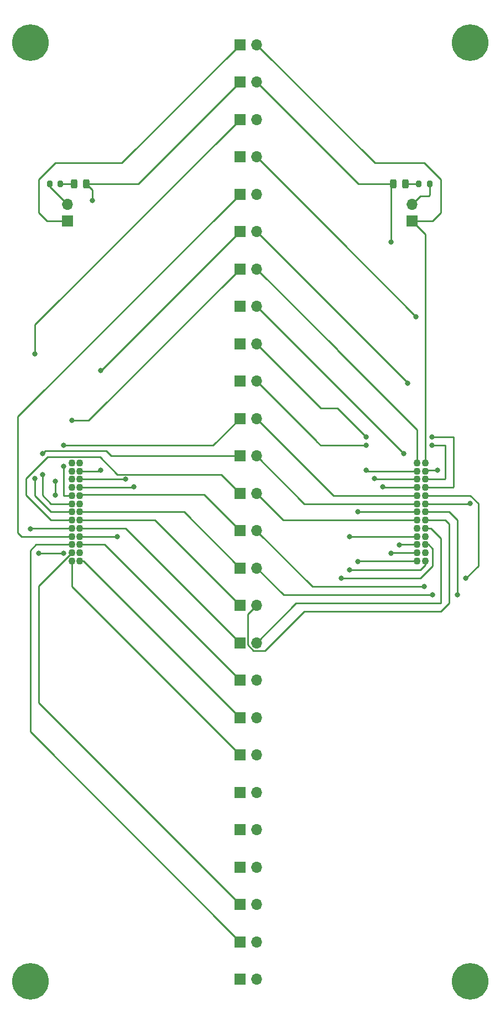
<source format=gbr>
%TF.GenerationSoftware,KiCad,Pcbnew,(6.0.4-0)*%
%TF.CreationDate,2023-02-13T20:03:00-06:00*%
%TF.ProjectId,Gecko_Poker,4765636b-6f5f-4506-9f6b-65722e6b6963,rev?*%
%TF.SameCoordinates,Original*%
%TF.FileFunction,Copper,L1,Top*%
%TF.FilePolarity,Positive*%
%FSLAX46Y46*%
G04 Gerber Fmt 4.6, Leading zero omitted, Abs format (unit mm)*
G04 Created by KiCad (PCBNEW (6.0.4-0)) date 2023-02-13 20:03:00*
%MOMM*%
%LPD*%
G01*
G04 APERTURE LIST*
G04 Aperture macros list*
%AMRoundRect*
0 Rectangle with rounded corners*
0 $1 Rounding radius*
0 $2 $3 $4 $5 $6 $7 $8 $9 X,Y pos of 4 corners*
0 Add a 4 corners polygon primitive as box body*
4,1,4,$2,$3,$4,$5,$6,$7,$8,$9,$2,$3,0*
0 Add four circle primitives for the rounded corners*
1,1,$1+$1,$2,$3*
1,1,$1+$1,$4,$5*
1,1,$1+$1,$6,$7*
1,1,$1+$1,$8,$9*
0 Add four rect primitives between the rounded corners*
20,1,$1+$1,$2,$3,$4,$5,0*
20,1,$1+$1,$4,$5,$6,$7,0*
20,1,$1+$1,$6,$7,$8,$9,0*
20,1,$1+$1,$8,$9,$2,$3,0*%
G04 Aperture macros list end*
%TA.AperFunction,SMDPad,CuDef*%
%ADD10RoundRect,0.200000X0.200000X0.275000X-0.200000X0.275000X-0.200000X-0.275000X0.200000X-0.275000X0*%
%TD*%
%TA.AperFunction,SMDPad,CuDef*%
%ADD11RoundRect,0.200000X-0.200000X-0.275000X0.200000X-0.275000X0.200000X0.275000X-0.200000X0.275000X0*%
%TD*%
%TA.AperFunction,ComponentPad*%
%ADD12R,1.700000X1.700000*%
%TD*%
%TA.AperFunction,ComponentPad*%
%ADD13O,1.700000X1.700000*%
%TD*%
%TA.AperFunction,ComponentPad*%
%ADD14C,1.100000*%
%TD*%
%TA.AperFunction,ConnectorPad*%
%ADD15C,5.600000*%
%TD*%
%TA.AperFunction,ComponentPad*%
%ADD16C,3.600000*%
%TD*%
%TA.AperFunction,SMDPad,CuDef*%
%ADD17RoundRect,0.243750X0.243750X0.456250X-0.243750X0.456250X-0.243750X-0.456250X0.243750X-0.456250X0*%
%TD*%
%TA.AperFunction,SMDPad,CuDef*%
%ADD18RoundRect,0.243750X-0.243750X-0.456250X0.243750X-0.456250X0.243750X0.456250X-0.243750X0.456250X0*%
%TD*%
%TA.AperFunction,ViaPad*%
%ADD19C,0.800000*%
%TD*%
%TA.AperFunction,Conductor*%
%ADD20C,0.250000*%
%TD*%
G04 APERTURE END LIST*
D10*
%TO.P,RB1,1*%
%TO.N,Net-(J28-Pad2)*%
X106870000Y-54610000D03*
%TO.P,RB1,2*%
%TO.N,Net-(DB1-Pad2)*%
X105220000Y-54610000D03*
%TD*%
D11*
%TO.P,RA1,1*%
%TO.N,Net-(J27-Pad2)*%
X48705000Y-54610000D03*
%TO.P,RA1,2*%
%TO.N,Net-(DA1-Pad2)*%
X50355000Y-54610000D03*
%TD*%
D12*
%TO.P,J20,1,Pin_1*%
%TO.N,CP_A*%
X77825000Y-67627500D03*
D13*
%TO.P,J20,2,Pin_2*%
%TO.N,CP_B*%
X80365000Y-67627500D03*
%TD*%
D12*
%TO.P,J11,1,Pin_1*%
%TO.N,CELL_11_A*%
X77825000Y-119062500D03*
D13*
%TO.P,J11,2,Pin_2*%
%TO.N,CELL_11_B*%
X80365000Y-119062500D03*
%TD*%
D12*
%TO.P,J15,1,Pin_1*%
%TO.N,CELL_15_A*%
X77825000Y-96202500D03*
D13*
%TO.P,J15,2,Pin_2*%
%TO.N,CELL_15_B*%
X80365000Y-96202500D03*
%TD*%
D14*
%TO.P,JB1,1,1*%
%TO.N,CP_B*%
X104922500Y-97275000D03*
%TO.P,JB1,2,2*%
%TO.N,CELL_6_B*%
X104922500Y-98525000D03*
%TO.P,JB1,3,3*%
%TO.N,CELL_5_B*%
X104922500Y-99775000D03*
%TO.P,JB1,4,4*%
%TO.N,CELL_4_B*%
X104922500Y-101025000D03*
%TO.P,JB1,5,5*%
%TO.N,CELL_16_B*%
X104922500Y-102275000D03*
%TO.P,JB1,6,6*%
%TO.N,CELL_15_B*%
X104922500Y-103525000D03*
%TO.P,JB1,7,7*%
%TO.N,ALERT3_B*%
X104922500Y-104775000D03*
%TO.P,JB1,8,8*%
%TO.N,CELL_14_B*%
X104922500Y-106025000D03*
%TO.P,JB1,9,9*%
%TO.N,CELL_1_B*%
X104922500Y-107275000D03*
%TO.P,JB1,10,10*%
%TO.N,ALERT1_B*%
X104922500Y-108525000D03*
%TO.P,JB1,11,11*%
%TO.N,CELL_2_B*%
X104922500Y-109775000D03*
%TO.P,JB1,12,12*%
%TO.N,CELL_3_B*%
X104922500Y-111025000D03*
%TO.P,JB1,13,13*%
%TO.N,CELL_7_B*%
X104922500Y-112275000D03*
%TO.P,JB1,14,14*%
%TO.N,VDD_B*%
X106172500Y-97275000D03*
%TO.P,JB1,15,15*%
%TO.N,SDA_B*%
X106172500Y-98525000D03*
%TO.P,JB1,16,16*%
%TO.N,CELL_17_B*%
X106172500Y-99775000D03*
%TO.P,JB1,17,17*%
%TO.N,CELL_18_B*%
X106172500Y-101025000D03*
%TO.P,JB1,18,18*%
%TO.N,CELL_13_B*%
X106172500Y-102275000D03*
%TO.P,JB1,19,19*%
%TO.N,GND_B*%
X106172500Y-103525000D03*
%TO.P,JB1,20,20*%
%TO.N,CELL_12_B*%
X106172500Y-104775000D03*
%TO.P,JB1,21,21*%
%TO.N,CELL_11_B*%
X106172500Y-106025000D03*
%TO.P,JB1,22,22*%
%TO.N,CELL_10_B*%
X106172500Y-107275000D03*
%TO.P,JB1,23,23*%
%TO.N,SCL_B*%
X106172500Y-108525000D03*
%TO.P,JB1,24,24*%
%TO.N,CELL_9_B*%
X106172500Y-109775000D03*
%TO.P,JB1,25,25*%
%TO.N,ALERT2_B*%
X106172500Y-111025000D03*
%TO.P,JB1,26,26*%
%TO.N,CELL_8_B*%
X106172500Y-112275000D03*
%TD*%
D12*
%TO.P,J2,1,Pin_1*%
%TO.N,CELL_2_A*%
X77845500Y-170497500D03*
D13*
%TO.P,J2,2,Pin_2*%
%TO.N,CELL_2_B*%
X80385500Y-170497500D03*
%TD*%
D15*
%TO.P,REF\u002A\u002A,1*%
%TO.N,N/C*%
X113030000Y-176530000D03*
D16*
X113030000Y-176530000D03*
%TD*%
D12*
%TO.P,J13,1,Pin_1*%
%TO.N,CELL_13_A*%
X77825000Y-107632500D03*
D13*
%TO.P,J13,2,Pin_2*%
%TO.N,CELL_13_B*%
X80365000Y-107632500D03*
%TD*%
D12*
%TO.P,J14,1,Pin_1*%
%TO.N,CELL_14_A*%
X77825000Y-101917500D03*
D13*
%TO.P,J14,2,Pin_2*%
%TO.N,CELL_14_B*%
X80365000Y-101917500D03*
%TD*%
D12*
%TO.P,J23,1,Pin_1*%
%TO.N,ALERT2_A*%
X77825000Y-50482500D03*
D13*
%TO.P,J23,2,Pin_2*%
%TO.N,ALERT2_B*%
X80365000Y-50482500D03*
%TD*%
D12*
%TO.P,J18,1,Pin_1*%
%TO.N,CELL_18_A*%
X77825000Y-79057500D03*
D13*
%TO.P,J18,2,Pin_2*%
%TO.N,CELL_18_B*%
X80365000Y-79057500D03*
%TD*%
D17*
%TO.P,DA1,1,K*%
%TO.N,GND_A*%
X54277500Y-54605000D03*
%TO.P,DA1,2,A*%
%TO.N,Net-(DA1-Pad2)*%
X52402500Y-54605000D03*
%TD*%
D12*
%TO.P,J22,1,Pin_1*%
%TO.N,ALERT1_A*%
X77825000Y-56197500D03*
D13*
%TO.P,J22,2,Pin_2*%
%TO.N,ALERT1_B*%
X80365000Y-56197500D03*
%TD*%
D16*
%TO.P,REF\u002A\u002A,1*%
%TO.N,N/C*%
X45720000Y-33020000D03*
D15*
X45720000Y-33020000D03*
%TD*%
D12*
%TO.P,J24,1,Pin_1*%
%TO.N,ALERT3_A*%
X77825000Y-44767500D03*
D13*
%TO.P,J24,2,Pin_2*%
%TO.N,ALERT3_B*%
X80365000Y-44767500D03*
%TD*%
D12*
%TO.P,J8,1,Pin_1*%
%TO.N,CELL_8_A*%
X77825000Y-136207500D03*
D13*
%TO.P,J8,2,Pin_2*%
%TO.N,CELL_8_B*%
X80365000Y-136207500D03*
%TD*%
D12*
%TO.P,J3,1,Pin_1*%
%TO.N,CELL_3_A*%
X77845500Y-164782500D03*
D13*
%TO.P,J3,2,Pin_2*%
%TO.N,CELL_3_B*%
X80385500Y-164782500D03*
%TD*%
D12*
%TO.P,J1,1,Pin_1*%
%TO.N,CELL_1_A*%
X77845500Y-176212500D03*
D13*
%TO.P,J1,2,Pin_2*%
%TO.N,CELL_1_B*%
X80385500Y-176212500D03*
%TD*%
D18*
%TO.P,DB1,1,K*%
%TO.N,GND_B*%
X101297500Y-54605000D03*
%TO.P,DB1,2,A*%
%TO.N,Net-(DB1-Pad2)*%
X103172500Y-54605000D03*
%TD*%
D12*
%TO.P,J16,1,Pin_1*%
%TO.N,CELL_16_A*%
X77825000Y-90487500D03*
D13*
%TO.P,J16,2,Pin_2*%
%TO.N,CELL_16_B*%
X80365000Y-90487500D03*
%TD*%
D12*
%TO.P,J19,1,Pin_1*%
%TO.N,SCL_A*%
X77825000Y-73342500D03*
D13*
%TO.P,J19,2,Pin_2*%
%TO.N,SCL_B*%
X80365000Y-73342500D03*
%TD*%
D12*
%TO.P,J25,1,Pin_1*%
%TO.N,GND_A*%
X77825000Y-39052500D03*
D13*
%TO.P,J25,2,Pin_2*%
%TO.N,GND_B*%
X80365000Y-39052500D03*
%TD*%
D12*
%TO.P,J9,1,Pin_1*%
%TO.N,CELL_9_A*%
X77825000Y-130492500D03*
D13*
%TO.P,J9,2,Pin_2*%
%TO.N,CELL_9_B*%
X80365000Y-130492500D03*
%TD*%
D12*
%TO.P,J27,1,Pin_1*%
%TO.N,VDD_A*%
X51435000Y-60325000D03*
D13*
%TO.P,J27,2,Pin_2*%
%TO.N,Net-(J27-Pad2)*%
X51435000Y-57785000D03*
%TD*%
D12*
%TO.P,J6,1,Pin_1*%
%TO.N,CELL_6_A*%
X77825000Y-147637500D03*
D13*
%TO.P,J6,2,Pin_2*%
%TO.N,CELL_6_B*%
X80365000Y-147637500D03*
%TD*%
D12*
%TO.P,J28,1,Pin_1*%
%TO.N,VDD_B*%
X104140000Y-60325000D03*
D13*
%TO.P,J28,2,Pin_2*%
%TO.N,Net-(J28-Pad2)*%
X104140000Y-57785000D03*
%TD*%
D14*
%TO.P,JA1,1,1*%
%TO.N,CP_A*%
X52070000Y-97275000D03*
%TO.P,JA1,2,2*%
%TO.N,CELL_6_A*%
X52070000Y-98525000D03*
%TO.P,JA1,3,3*%
%TO.N,CELL_5_A*%
X52070000Y-99775000D03*
%TO.P,JA1,4,4*%
%TO.N,CELL_4_A*%
X52070000Y-101025000D03*
%TO.P,JA1,5,5*%
%TO.N,CELL_16_A*%
X52070000Y-102275000D03*
%TO.P,JA1,6,6*%
%TO.N,CELL_15_A*%
X52070000Y-103525000D03*
%TO.P,JA1,7,7*%
%TO.N,ALERT3_A*%
X52070000Y-104775000D03*
%TO.P,JA1,8,8*%
%TO.N,CELL_14_A*%
X52070000Y-106025000D03*
%TO.P,JA1,9,9*%
%TO.N,CELL_1_A*%
X52070000Y-107275000D03*
%TO.P,JA1,10,10*%
%TO.N,ALERT1_A*%
X52070000Y-108525000D03*
%TO.P,JA1,11,11*%
%TO.N,CELL_2_A*%
X52070000Y-109775000D03*
%TO.P,JA1,12,12*%
%TO.N,CELL_3_A*%
X52070000Y-111025000D03*
%TO.P,JA1,13,13*%
%TO.N,CELL_7_A*%
X52070000Y-112275000D03*
%TO.P,JA1,14,14*%
%TO.N,VDD_A*%
X53320000Y-97275000D03*
%TO.P,JA1,15,15*%
%TO.N,SDA_A*%
X53320000Y-98525000D03*
%TO.P,JA1,16,16*%
%TO.N,CELL_17_A*%
X53320000Y-99775000D03*
%TO.P,JA1,17,17*%
%TO.N,CELL_18_A*%
X53320000Y-101025000D03*
%TO.P,JA1,18,18*%
%TO.N,CELL_13_A*%
X53320000Y-102275000D03*
%TO.P,JA1,19,19*%
%TO.N,GND_A*%
X53320000Y-103525000D03*
%TO.P,JA1,20,20*%
%TO.N,CELL_12_A*%
X53320000Y-104775000D03*
%TO.P,JA1,21,21*%
%TO.N,CELL_11_A*%
X53320000Y-106025000D03*
%TO.P,JA1,22,22*%
%TO.N,CELL_10_A*%
X53320000Y-107275000D03*
%TO.P,JA1,23,23*%
%TO.N,SCL_A*%
X53320000Y-108525000D03*
%TO.P,JA1,24,24*%
%TO.N,CELL_9_A*%
X53320000Y-109775000D03*
%TO.P,JA1,25,25*%
%TO.N,ALERT2_A*%
X53320000Y-111025000D03*
%TO.P,JA1,26,26*%
%TO.N,CELL_8_A*%
X53320000Y-112275000D03*
%TD*%
D12*
%TO.P,J4,1,Pin_1*%
%TO.N,CELL_4_A*%
X77825000Y-159067500D03*
D13*
%TO.P,J4,2,Pin_2*%
%TO.N,CELL_4_B*%
X80365000Y-159067500D03*
%TD*%
D12*
%TO.P,J26,1,Pin_1*%
%TO.N,VDD_A*%
X77825000Y-33337500D03*
D13*
%TO.P,J26,2,Pin_2*%
%TO.N,VDD_B*%
X80365000Y-33337500D03*
%TD*%
D16*
%TO.P,REF\u002A\u002A,1*%
%TO.N,N/C*%
X45720000Y-176530000D03*
D15*
X45720000Y-176530000D03*
%TD*%
%TO.P,REF\u002A\u002A,1*%
%TO.N,N/C*%
X113030000Y-33020000D03*
D16*
X113030000Y-33020000D03*
%TD*%
D12*
%TO.P,J7,1,Pin_1*%
%TO.N,CELL_7_A*%
X77825000Y-141922500D03*
D13*
%TO.P,J7,2,Pin_2*%
%TO.N,CELL_7_B*%
X80365000Y-141922500D03*
%TD*%
D12*
%TO.P,J5,1,Pin_1*%
%TO.N,CELL_5_A*%
X77825000Y-153352500D03*
D13*
%TO.P,J5,2,Pin_2*%
%TO.N,CELL_5_B*%
X80365000Y-153352500D03*
%TD*%
D12*
%TO.P,J12,1,Pin_1*%
%TO.N,CELL_12_A*%
X77825000Y-113347500D03*
D13*
%TO.P,J12,2,Pin_2*%
%TO.N,CELL_12_B*%
X80365000Y-113347500D03*
%TD*%
D12*
%TO.P,J17,1,Pin_1*%
%TO.N,CELL_17_A*%
X77825000Y-84772500D03*
D13*
%TO.P,J17,2,Pin_2*%
%TO.N,CELL_17_B*%
X80365000Y-84772500D03*
%TD*%
D12*
%TO.P,J21,1,Pin_1*%
%TO.N,SDA_A*%
X77825000Y-61912500D03*
D13*
%TO.P,J21,2,Pin_2*%
%TO.N,SDA_B*%
X80365000Y-61912500D03*
%TD*%
D12*
%TO.P,J10,1,Pin_1*%
%TO.N,CELL_10_A*%
X77825000Y-124777500D03*
D13*
%TO.P,J10,2,Pin_2*%
%TO.N,CELL_10_B*%
X80365000Y-124777500D03*
%TD*%
D19*
%TO.N,CP_A*%
X52070000Y-90805000D03*
%TO.N,CELL_6_A*%
X50800000Y-111125000D03*
X46990000Y-111125000D03*
%TO.N,CELL_5_A*%
X49530000Y-100101489D03*
X49530000Y-102235000D03*
%TO.N,CELL_16_A*%
X50800000Y-94615000D03*
X50800000Y-97790000D03*
%TO.N,CELL_15_A*%
X47625000Y-95885000D03*
X47625000Y-99060000D03*
%TO.N,ALERT3_A*%
X46444500Y-99695000D03*
X46444500Y-80645000D03*
%TO.N,CELL_1_A*%
X45720000Y-107404500D03*
%TO.N,VDD_A*%
X51435000Y-60325000D03*
%TO.N,SDA_A*%
X56515000Y-83185000D03*
X56515000Y-98425000D03*
%TO.N,CELL_17_A*%
X60325000Y-99784500D03*
%TO.N,CELL_18_A*%
X61595000Y-100965000D03*
%TO.N,GND_A*%
X55245000Y-57150000D03*
%TO.N,SCL_A*%
X59055000Y-108585000D03*
%TO.N,CELL_6_B*%
X97155000Y-98425000D03*
%TO.N,CELL_5_B*%
X98425000Y-99695000D03*
%TO.N,CELL_4_B*%
X99695000Y-100965000D03*
%TO.N,ALERT3_B*%
X95885000Y-104775000D03*
%TO.N,ALERT1_B*%
X94615000Y-108585000D03*
%TO.N,CELL_2_B*%
X102235000Y-109855000D03*
%TO.N,CELL_3_B*%
X100965000Y-111125000D03*
%TO.N,CELL_7_B*%
X95885000Y-112395000D03*
%TO.N,SDA_B*%
X103505000Y-85090000D03*
X108039500Y-98425000D03*
%TO.N,CELL_17_B*%
X97155000Y-94615000D03*
X107225500Y-94615000D03*
%TO.N,CELL_18_B*%
X107225500Y-93345000D03*
X97155000Y-93345000D03*
%TO.N,CELL_13_B*%
X112395000Y-114935000D03*
X106045000Y-116205000D03*
%TO.N,GND_B*%
X100965000Y-63500000D03*
X113030000Y-103505000D03*
%TO.N,CELL_12_B*%
X111125000Y-117475000D03*
X107315000Y-117475000D03*
%TO.N,SCL_B*%
X102870000Y-95885000D03*
%TO.N,CELL_9_B*%
X93345000Y-114935000D03*
%TO.N,ALERT2_B*%
X104775000Y-74930000D03*
%TO.N,CELL_8_B*%
X94615000Y-113665000D03*
%TD*%
D20*
%TO.N,VDD_A*%
X59727500Y-51435000D02*
X49530000Y-51435000D01*
X49530000Y-51435000D02*
X46990000Y-53975000D01*
X46990000Y-53975000D02*
X46990000Y-59055000D01*
X46990000Y-59055000D02*
X48260000Y-60325000D01*
X77825000Y-33337500D02*
X59727500Y-51435000D01*
X48260000Y-60325000D02*
X51435000Y-60325000D01*
%TO.N,VDD_B*%
X98462500Y-51435000D02*
X106045000Y-51435000D01*
X108585000Y-53975000D02*
X108585000Y-59055000D01*
X80365000Y-33337500D02*
X98462500Y-51435000D01*
X106045000Y-51435000D02*
X108585000Y-53975000D01*
X108585000Y-59055000D02*
X107315000Y-60325000D01*
X107315000Y-60325000D02*
X104140000Y-60325000D01*
%TO.N,Net-(DB1-Pad2)*%
X105220000Y-54610000D02*
X103177500Y-54610000D01*
X103177500Y-54610000D02*
X103172500Y-54605000D01*
%TO.N,Net-(J28-Pad2)*%
X105410000Y-56515000D02*
X106680000Y-56515000D01*
X104140000Y-57785000D02*
X105410000Y-56515000D01*
X106680000Y-56515000D02*
X106870000Y-56325000D01*
X106870000Y-56325000D02*
X106870000Y-54610000D01*
%TO.N,GND_B*%
X95922500Y-54610000D02*
X101292500Y-54610000D01*
X101292500Y-54610000D02*
X101297500Y-54605000D01*
X100965000Y-63500000D02*
X100965000Y-54937500D01*
X100965000Y-54937500D02*
X101297500Y-54605000D01*
X80365000Y-39052500D02*
X95922500Y-54610000D01*
%TO.N,Net-(DA1-Pad2)*%
X50355000Y-54610000D02*
X52397500Y-54610000D01*
X52397500Y-54610000D02*
X52402500Y-54605000D01*
%TO.N,Net-(J27-Pad2)*%
X51435000Y-57785000D02*
X48705000Y-55055000D01*
X48705000Y-55055000D02*
X48705000Y-54610000D01*
%TO.N,CP_A*%
X52070000Y-90805000D02*
X54647500Y-90805000D01*
X54647500Y-90805000D02*
X77825000Y-67627500D01*
%TO.N,CELL_6_A*%
X46990000Y-111125000D02*
X50800000Y-111125000D01*
%TO.N,CELL_5_A*%
X49530000Y-100101489D02*
X49530000Y-102235000D01*
%TO.N,CELL_16_A*%
X50800000Y-97790000D02*
X50800000Y-102235000D01*
X50800000Y-102235000D02*
X50840000Y-102275000D01*
X50840000Y-102275000D02*
X52070000Y-102275000D01*
X73697500Y-94615000D02*
X77825000Y-90487500D01*
X50800000Y-94615000D02*
X73697500Y-94615000D01*
%TO.N,CELL_15_A*%
X57335480Y-95435480D02*
X58102500Y-96202500D01*
X47625000Y-95885000D02*
X48074520Y-95435480D01*
X58102500Y-96202500D02*
X77825000Y-96202500D01*
X48915000Y-103525000D02*
X52070000Y-103525000D01*
X47625000Y-102235000D02*
X48915000Y-103525000D01*
X47625000Y-99060000D02*
X47625000Y-102235000D01*
X48074520Y-95435480D02*
X57335480Y-95435480D01*
%TO.N,ALERT3_A*%
X46444500Y-76148000D02*
X77825000Y-44767500D01*
X46444500Y-80645000D02*
X46444500Y-76148000D01*
X46444500Y-99695000D02*
X46444500Y-102324500D01*
X48895000Y-104775000D02*
X52070000Y-104775000D01*
X46444500Y-102324500D02*
X48895000Y-104775000D01*
%TO.N,CELL_14_A*%
X48379511Y-96400489D02*
X45085000Y-99695000D01*
X60625103Y-99050489D02*
X59045489Y-99050489D01*
X74967500Y-99060000D02*
X60634614Y-99060000D01*
X60634614Y-99060000D02*
X60625103Y-99050489D01*
X56395489Y-96400489D02*
X48379511Y-96400489D01*
X48875000Y-106025000D02*
X52070000Y-106025000D01*
X45085000Y-102235000D02*
X48875000Y-106025000D01*
X59045489Y-99050489D02*
X56395489Y-96400489D01*
X77825000Y-101917500D02*
X74967500Y-99060000D01*
X45085000Y-99695000D02*
X45085000Y-102235000D01*
%TO.N,CELL_1_A*%
X45849500Y-107275000D02*
X52070000Y-107275000D01*
X45720000Y-107404500D02*
X45849500Y-107275000D01*
%TO.N,ALERT1_A*%
X43815000Y-90207500D02*
X43815000Y-107950000D01*
X44390000Y-108525000D02*
X43815000Y-107950000D01*
X52070000Y-108525000D02*
X44390000Y-108525000D01*
X77825000Y-56197500D02*
X43815000Y-90207500D01*
%TO.N,CELL_2_A*%
X52070000Y-109775000D02*
X47200614Y-109775000D01*
X46600397Y-109774989D02*
X45720000Y-110655386D01*
X47200603Y-109774989D02*
X46600397Y-109774989D01*
X47200614Y-109775000D02*
X47200603Y-109774989D01*
X45720000Y-138372000D02*
X77845500Y-170497500D01*
X45720000Y-110655386D02*
X45720000Y-138372000D01*
%TO.N,CELL_3_A*%
X46990000Y-133927000D02*
X77845500Y-164782500D01*
X46990000Y-116105000D02*
X46990000Y-133927000D01*
X52070000Y-111025000D02*
X46990000Y-116105000D01*
%TO.N,CELL_7_A*%
X52070000Y-112275000D02*
X52070000Y-116167500D01*
X52070000Y-116167500D02*
X77825000Y-141922500D01*
%TO.N,SDA_A*%
X56515000Y-98425000D02*
X56415000Y-98525000D01*
X56552500Y-83185000D02*
X77825000Y-61912500D01*
X56515000Y-83185000D02*
X56552500Y-83185000D01*
X56415000Y-98525000D02*
X53320000Y-98525000D01*
%TO.N,CELL_17_A*%
X60325000Y-99784500D02*
X60315500Y-99775000D01*
X60315500Y-99775000D02*
X53320000Y-99775000D01*
%TO.N,CELL_18_A*%
X61595000Y-100965000D02*
X61535000Y-101025000D01*
X61535000Y-101025000D02*
X53320000Y-101025000D01*
%TO.N,CELL_13_A*%
X53320000Y-102275000D02*
X53449500Y-102145500D01*
X72338000Y-102145500D02*
X77825000Y-107632500D01*
X53449500Y-102145500D02*
X72338000Y-102145500D01*
%TO.N,GND_A*%
X55245000Y-55572500D02*
X54277500Y-54605000D01*
X54282500Y-54610000D02*
X62267500Y-54610000D01*
X55245000Y-57150000D02*
X55245000Y-55572500D01*
X62267500Y-54610000D02*
X77825000Y-39052500D01*
X54277500Y-54605000D02*
X54282500Y-54610000D01*
%TO.N,CELL_12_A*%
X53320000Y-104775000D02*
X69252500Y-104775000D01*
X69252500Y-104775000D02*
X77825000Y-113347500D01*
%TO.N,CELL_11_A*%
X53320000Y-106025000D02*
X64787500Y-106025000D01*
X64787500Y-106025000D02*
X77825000Y-119062500D01*
%TO.N,CELL_10_A*%
X60322500Y-107275000D02*
X77825000Y-124777500D01*
X53320000Y-107275000D02*
X60322500Y-107275000D01*
%TO.N,SCL_A*%
X59055000Y-108585000D02*
X58995000Y-108525000D01*
X58995000Y-108525000D02*
X53320000Y-108525000D01*
%TO.N,CELL_9_A*%
X57107500Y-109775000D02*
X53320000Y-109775000D01*
X77825000Y-130492500D02*
X57107500Y-109775000D01*
%TO.N,CELL_8_A*%
X53320000Y-112275000D02*
X53892500Y-112275000D01*
X53892500Y-112275000D02*
X77825000Y-136207500D01*
%TO.N,CP_B*%
X104922500Y-92222500D02*
X92710000Y-80010000D01*
X80365000Y-67627500D02*
X92710000Y-79972500D01*
X104922500Y-97275000D02*
X104922500Y-92222500D01*
X92710000Y-79972500D02*
X92710000Y-80010000D01*
%TO.N,CELL_6_B*%
X97255000Y-98525000D02*
X104922500Y-98525000D01*
X97155000Y-98425000D02*
X97255000Y-98525000D01*
%TO.N,CELL_5_B*%
X98505000Y-99775000D02*
X104922500Y-99775000D01*
X98425000Y-99695000D02*
X98505000Y-99775000D01*
%TO.N,CELL_4_B*%
X99755000Y-101025000D02*
X104922500Y-101025000D01*
X99695000Y-100965000D02*
X99755000Y-101025000D01*
%TO.N,CELL_16_B*%
X104922500Y-102275000D02*
X92152500Y-102275000D01*
X92152500Y-102275000D02*
X80365000Y-90487500D01*
%TO.N,CELL_15_B*%
X104922500Y-103525000D02*
X87687500Y-103525000D01*
X87687500Y-103525000D02*
X80365000Y-96202500D01*
%TO.N,ALERT3_B*%
X104922500Y-104775000D02*
X95885000Y-104775000D01*
%TO.N,CELL_14_B*%
X80365000Y-101917500D02*
X84472500Y-106025000D01*
X84472500Y-106025000D02*
X104922500Y-106025000D01*
%TO.N,ALERT1_B*%
X94675000Y-108525000D02*
X104922500Y-108525000D01*
X94615000Y-108585000D02*
X94675000Y-108525000D01*
%TO.N,CELL_2_B*%
X102315000Y-109775000D02*
X104922500Y-109775000D01*
X102235000Y-109855000D02*
X102315000Y-109775000D01*
%TO.N,CELL_3_B*%
X101065000Y-111025000D02*
X104922500Y-111025000D01*
X100965000Y-111125000D02*
X101065000Y-111025000D01*
%TO.N,CELL_7_B*%
X95885000Y-112395000D02*
X96005000Y-112275000D01*
X96005000Y-112275000D02*
X104922500Y-112275000D01*
%TO.N,VDD_B*%
X104140000Y-60325000D02*
X106172500Y-62357500D01*
X106172500Y-62357500D02*
X106172500Y-97275000D01*
%TO.N,SDA_B*%
X106272500Y-98425000D02*
X106172500Y-98525000D01*
X103505000Y-85052500D02*
X80365000Y-61912500D01*
X103505000Y-85090000D02*
X103505000Y-85052500D01*
X108039500Y-98425000D02*
X106272500Y-98425000D01*
%TO.N,CELL_17_B*%
X97155000Y-94615000D02*
X90170000Y-94615000D01*
X109220000Y-94615000D02*
X107225500Y-94615000D01*
X109140000Y-99775000D02*
X109220000Y-99695000D01*
X109220000Y-99695000D02*
X109220000Y-94615000D01*
X90170000Y-94615000D02*
X89535000Y-93980000D01*
X80365000Y-84772500D02*
X89535000Y-93942500D01*
X106172500Y-99775000D02*
X109140000Y-99775000D01*
%TO.N,CELL_18_B*%
X97155000Y-93345000D02*
X92710000Y-88900000D01*
X90207500Y-88900000D02*
X90805000Y-88900000D01*
X110490000Y-93345000D02*
X107225500Y-93345000D01*
X92710000Y-88900000D02*
X90805000Y-88900000D01*
X106172500Y-101025000D02*
X110430000Y-101025000D01*
X80365000Y-79057500D02*
X90207500Y-88900000D01*
X110490000Y-100965000D02*
X110490000Y-93345000D01*
X110430000Y-101025000D02*
X110490000Y-100965000D01*
%TO.N,CELL_13_B*%
X106045000Y-116205000D02*
X88900000Y-116205000D01*
X112395000Y-114935000D02*
X114300000Y-113030000D01*
X88900000Y-116205000D02*
X80365000Y-107670000D01*
X80365000Y-107670000D02*
X80365000Y-107632500D01*
X114300000Y-113030000D02*
X114300000Y-103505000D01*
X113070000Y-102275000D02*
X106172500Y-102275000D01*
X114300000Y-103505000D02*
X113070000Y-102275000D01*
%TO.N,GND_B*%
X113030000Y-103505000D02*
X113010000Y-103525000D01*
X113010000Y-103525000D02*
X106172500Y-103525000D01*
%TO.N,CELL_12_B*%
X111125000Y-117475000D02*
X111125000Y-106045000D01*
X107315000Y-117475000D02*
X84492500Y-117475000D01*
X84492500Y-117475000D02*
X80365000Y-113347500D01*
X111125000Y-106045000D02*
X109855000Y-104775000D01*
X109855000Y-104775000D02*
X106172500Y-104775000D01*
%TO.N,CELL_11_B*%
X106172500Y-106025000D02*
X109240000Y-106025000D01*
X79856522Y-125952011D02*
X78999511Y-125095000D01*
X87630000Y-120015000D02*
X81692989Y-125952011D01*
X109855000Y-106640000D02*
X109855000Y-118745717D01*
X109240000Y-106025000D02*
X109855000Y-106640000D01*
X78999511Y-125095000D02*
X78999511Y-120427989D01*
X108585717Y-120015000D02*
X87630000Y-120015000D01*
X81692989Y-125952011D02*
X79856522Y-125952011D01*
X109855000Y-118745717D02*
X108585717Y-120015000D01*
X78999511Y-120427989D02*
X80365000Y-119062500D01*
%TO.N,CELL_10_B*%
X80365000Y-124777500D02*
X86397500Y-118745000D01*
X108585000Y-118745000D02*
X108585000Y-108830386D01*
X86397500Y-118745000D02*
X108585000Y-118745000D01*
X107029614Y-107275000D02*
X106172500Y-107275000D01*
X108585000Y-108830386D02*
X107029614Y-107275000D01*
%TO.N,SCL_B*%
X80365000Y-73342500D02*
X92710000Y-85687500D01*
X102870000Y-95885000D02*
X92710000Y-85725000D01*
%TO.N,CELL_9_B*%
X106172500Y-109775000D02*
X106703750Y-109775000D01*
X107315000Y-113030000D02*
X105410000Y-114935000D01*
X105410000Y-114935000D02*
X93345000Y-114935000D01*
X106703750Y-109775000D02*
X107315000Y-110386250D01*
X107315000Y-110386250D02*
X107315000Y-113030000D01*
%TO.N,ALERT2_B*%
X106172500Y-111025000D02*
X106172500Y-110997500D01*
X92710000Y-62865000D02*
X92710000Y-62827500D01*
X92710000Y-62827500D02*
X80365000Y-50482500D01*
X104775000Y-74930000D02*
X92710000Y-62865000D01*
%TO.N,CELL_8_B*%
X106172500Y-112906250D02*
X106172500Y-112275000D01*
X105413750Y-113665000D02*
X106172500Y-112906250D01*
X94615000Y-113665000D02*
X105413750Y-113665000D01*
%TD*%
M02*

</source>
